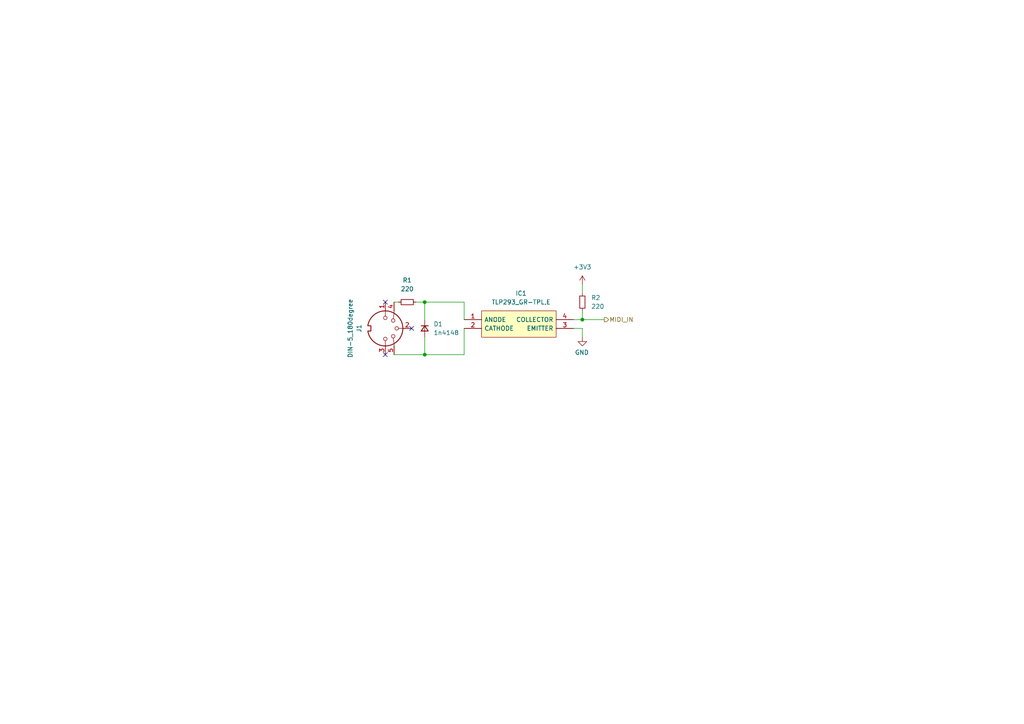
<source format=kicad_sch>
(kicad_sch (version 20211123) (generator eeschema)
  (paper "A4")
  (lib_symbols
    (symbol "Connector:DIN-5_180degree" (pin_names (offset 1.016))
      (property "Reference" "J" (at 3.175 5.715 0))
      (property "Value" "DIN-5_180degree" (at 0 -6.35 0))
      (symbol "DIN-5_180degree_0_1"
        (arc (start -5.08 0) (mid -3.8609 -3.3364) (end -0.762 -5.08) (stroke (width 0.254)))
        (circle (center -3.048 0) (radius 0.508))
        (circle (center -2.286 2.286) (radius 0.508))
        (polyline (pts (xy -5.08 0) (xy -3.556 0)))
        (polyline (pts (xy 0 5.08) (xy 0 3.81)))
        (polyline (pts (xy 5.08 0) (xy 3.556 0)))
        (polyline (pts (xy -5.08 2.54) (xy -4.318 2.54) (xy -2.794 2.286)))
        (polyline (pts (xy 5.08 2.54) (xy 4.318 2.54) (xy 2.794 2.286)))
        (polyline (pts (xy -0.762 -4.953) (xy -0.762 -4.191) (xy 0.762 -4.191) (xy 0.762 -4.953)) (stroke (width 0.254)))
        (circle (center 0 3.302) (radius 0.508))
        (arc (start 0.762 -5.08) (mid 3.8685 -3.343) (end 5.08 0) (stroke (width 0.254)))
        (circle (center 2.286 2.286) (radius 0.508))
        (circle (center 3.048 0) (radius 0.508))
        (arc (start 5.08 0) (mid 0 5.08) (end -5.08 0) (stroke (width 0.254)))
      )
      (symbol "DIN-5_180degree_1_1"
        (pin passive line (at -7.62 0 0) (length 2.54) (name "~") (number "1"))
        (pin passive line (at 0 7.62 270) (length 2.54) (name "~") (number "2"))
        (pin passive line (at 7.62 0 180) (length 2.54) (name "~") (number "3"))
        (pin passive line (at -7.62 2.54 0) (length 2.54) (name "~") (number "4"))
        (pin passive line (at 7.62 2.54 180) (length 2.54) (name "~") (number "5"))
      )
    )
    (symbol "Device:D_Small" (pin_numbers hide) (pin_names (offset 0.254) hide)
      (property "Reference" "D" (at -1.27 2.032 0))
      (property "Value" "D_Small" (at -3.81 -2.032 0))
      (symbol "D_Small_0_1"
        (polyline (pts (xy -0.762 -1.016) (xy -0.762 1.016)) (stroke (width 0.254)))
        (polyline (pts (xy -0.762 0) (xy 0.762 0)))
        (polyline (pts (xy 0.762 -1.016) (xy -0.762 0) (xy 0.762 1.016) (xy 0.762 -1.016)) (stroke (width 0.254)))
      )
      (symbol "D_Small_1_1"
        (pin passive line (at -2.54 0 0) (length 1.778) (name "K") (number "1"))
        (pin passive line (at 2.54 0 180) (length 1.778) (name "A") (number "2"))
      )
    )
    (symbol "Device:R_Small" (pin_numbers hide) (pin_names (offset 0.254) hide)
      (property "Reference" "R" (at 0.762 0.508 0))
      (property "Value" "R_Small" (at 0.762 -1.016 0))
      (symbol "R_Small_0_1"
        (rectangle (start -0.762 1.778) (end 0.762 -1.778) (stroke (width 0.2032)))
      )
      (symbol "R_Small_1_1"
        (pin passive line (at 0 2.54 270) (length 0.762) (name "~") (number "1"))
        (pin passive line (at 0 -2.54 90) (length 0.762) (name "~") (number "2"))
      )
    )
    (symbol "Toshiba Opto:TLP293_GR-TPL,E" (pin_names (offset 0.762))
      (property "Reference" "IC?" (at 16.51 7.62 0))
      (property "Value" "TLP293_GR-TPL,E" (at 16.51 5.08 0))
      (symbol "TLP293_GR-TPL,E_0_0"
        (pin passive line (at 0 0 0) (length 5.08) (name "ANODE") (number "1"))
        (pin passive line (at 0 -2.54 0) (length 5.08) (name "CATHODE") (number "2"))
        (pin passive line (at 31.75 -2.54 180) (length 5.08) (name "EMITTER") (number "3"))
        (pin passive line (at 31.75 0 180) (length 5.08) (name "COLLECTOR") (number "4"))
      )
      (symbol "TLP293_GR-TPL,E_0_1"
        (polyline (pts (xy 5.08 2.54) (xy 26.67 2.54) (xy 26.67 -5.08) (xy 5.08 -5.08) (xy 5.08 2.54)) (stroke (width 0.1524)) (fill (type background)))
      )
    )
    (symbol "power:+3V3" (power) (pin_names (offset 0))
      (property "Value" "+3V3" (at 0 3.556 0))
      (symbol "+3V3_0_1"
        (polyline (pts (xy -0.762 1.27) (xy 0 2.54)))
        (polyline (pts (xy 0 0) (xy 0 2.54)))
        (polyline (pts (xy 0 2.54) (xy 0.762 1.27)))
      )
      (symbol "+3V3_1_1"
        (pin power_in line (at 0 0 90) (length 0) hide (name "+3V3") (number "1"))
      )
    )
    (symbol "power:GND" (power) (pin_names (offset 0))
      (property "Value" "GND" (at 0 -3.81 0))
      (symbol "GND_0_1"
        (polyline (pts (xy 0 0) (xy 0 -1.27) (xy 1.27 -1.27) (xy 0 -2.54) (xy -1.27 -1.27) (xy 0 -1.27)))
      )
      (symbol "GND_1_1"
        (pin power_in line (at 0 0 270) (length 0) hide (name "GND") (number "1"))
      )
    )
  )
  (junction (at 123.19 87.63))
  (junction (at 168.91 92.71))
  (junction (at 123.19 102.87))
  (no_connect (at 111.76 102.87))
  (no_connect (at 111.76 87.63))
  (no_connect (at 119.38 95.25))
  (wire (pts (xy 134.62 95.25) (xy 134.62 102.87)))
  (wire (pts (xy 168.91 90.17) (xy 168.91 92.71)))
  (wire (pts (xy 120.65 87.63) (xy 123.19 87.63)))
  (wire (pts (xy 123.19 102.87) (xy 134.62 102.87)))
  (wire (pts (xy 168.91 92.71) (xy 175.26 92.71)))
  (wire (pts (xy 123.19 87.63) (xy 134.62 87.63)))
  (wire (pts (xy 123.19 87.63) (xy 123.19 92.71)))
  (wire (pts (xy 123.19 97.79) (xy 123.19 102.87)))
  (wire (pts (xy 134.62 87.63) (xy 134.62 92.71)))
  (wire (pts (xy 168.91 92.71) (xy 166.37 92.71)))
  (wire (pts (xy 114.3 87.63) (xy 115.57 87.63)))
  (wire (pts (xy 168.91 95.25) (xy 168.91 97.79)))
  (wire (pts (xy 114.3 102.87) (xy 123.19 102.87)))
  (wire (pts (xy 166.37 95.25) (xy 168.91 95.25)))
  (wire (pts (xy 168.91 82.55) (xy 168.91 85.09)))
  (hierarchical_label "MIDI_IN" (shape output) (at 175.26 92.71 0))
  (symbol (lib_id "Connector:DIN-5_180degree") (at 111.76 95.25 270) (unit 1)
    (property "Reference" "J1" (at 104.14 95.2501 0))
    (property "Value" "DIN-5_180degree" (at 101.6 95.2501 0))
    (property "Footprint" "Footprints:MIDI_DIN5" (effects hide))
    (property "Datasheet" "http://www.mouser.com/ds/2/18/40_c091_abd_e-75918.pdf" (effects hide))
  )
  (symbol (lib_id "Device:R_Small") (at 118.11 87.63 90) (unit 1)
    (property "Reference" "R1" (at 118.11 81.28 90))
    (property "Value" "220" (at 118.11 83.82 90))
    (property "Footprint" "Resistor_SMD:R_0603_1608Metric_Pad0.98x0.95mm_HandSolder" (effects hide))
  )
  (symbol (lib_id "Toshiba Opto:TLP293_GR-TPL,E") (at 134.62 92.71 0) (unit 1)
    (property "Reference" "IC1" (at 151.13 85.09 0))
    (property "Value" "TLP293_GR-TPL,E" (at 151.13 87.63 0))
    (property "Footprint" "Footprints:SOIC127P700X230-4N" (effects hide))
    (property "Datasheet" "https://toshiba.semicon-storage.com/info/docget.jsp?did=14419&prodName=TLP293" (effects hide))
    (property "Description" "Transistor Output Optocouplers X36 PBF Transistor Optocoupler AC 125C" (effects hide))
    (property "Height" "2.3" (effects hide))
    (property "Mouser Part Number" "757-TLP293(GR-TPLE" (effects hide))
    (property "Mouser Price/Stock" "https://www.mouser.co.uk/ProductDetail/Toshiba/TLP293GR-TPLE?qs=HVbQlW5zcXWgVZmchgSPuA%3D%3D" (effects hide))
    (property "Manufacturer_Name" "Toshiba" (effects hide))
    (property "Manufacturer_Part_Number" "TLP293(GR-TPL,E" (effects hide))
  )
  (symbol (lib_id "power:+3V3") (at 168.91 82.55 0) (unit 1)
    (property "Reference" "#PWR01" (effects hide))
    (property "Value" "+3V3" (at 168.91 77.47 0))
  )
  (symbol (lib_id "power:GND") (at 168.91 97.79 0) (unit 1)
    (property "Reference" "#PWR02" (effects hide))
    (property "Value" "GND" (at 170.815 102.235 0) (effects (justify right)))
  )
  (symbol (lib_id "Device:R_Small") (at 168.91 87.63 180) (unit 1)
    (property "Reference" "R2" (at 171.45 86.3599 0) (effects (justify right)))
    (property "Value" "220" (at 171.45 88.8999 0) (effects (justify right)))
    (property "Footprint" "Resistor_SMD:R_0603_1608Metric_Pad0.98x0.95mm_HandSolder" (effects hide))
  )
  (symbol (lib_id "Device:D_Small") (at 123.19 95.25 270) (unit 1)
    (property "Reference" "D1" (at 125.73 93.9799 90) (effects (justify left)))
    (property "Value" "1n4148" (at 125.73 96.5199 90) (effects (justify left)))
  )
)
</source>
